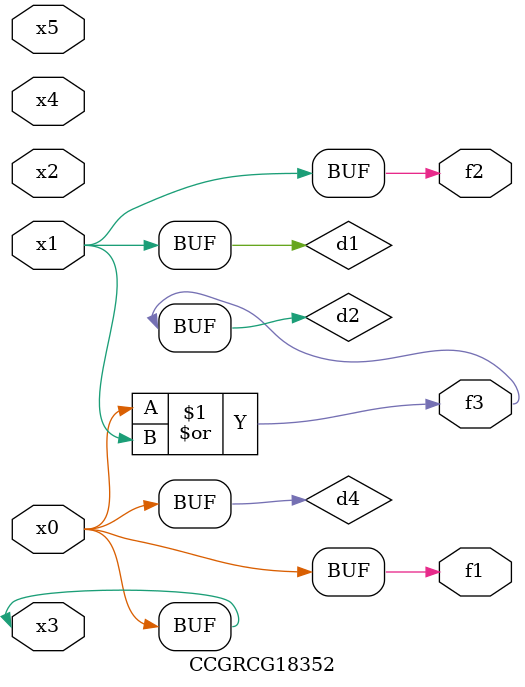
<source format=v>
module CCGRCG18352(
	input x0, x1, x2, x3, x4, x5,
	output f1, f2, f3
);

	wire d1, d2, d3, d4;

	and (d1, x1);
	or (d2, x0, x1);
	nand (d3, x0, x5);
	buf (d4, x0, x3);
	assign f1 = d4;
	assign f2 = d1;
	assign f3 = d2;
endmodule

</source>
